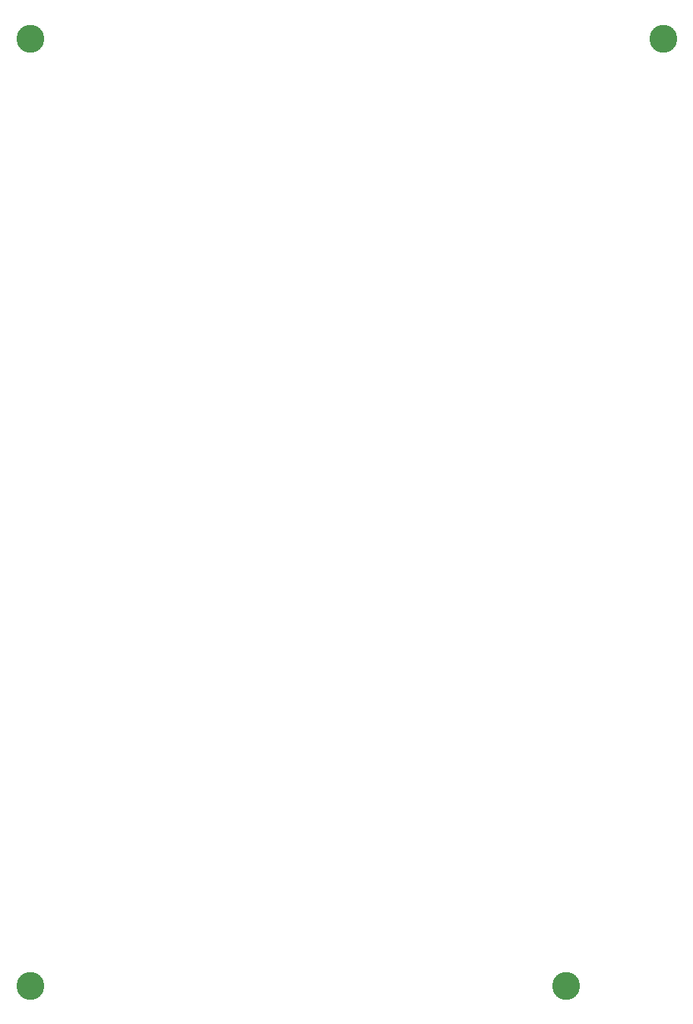
<source format=gts>
G04 Layer: TopSolderMaskLayer*
G04 EasyEDA v6.5.34, 2023-08-21 18:11:39*
G04 fac92c3893cd48509e925d7eb78dc15b,5a6b42c53f6a479593ecc07194224c93,10*
G04 Gerber Generator version 0.2*
G04 Scale: 100 percent, Rotated: No, Reflected: No *
G04 Dimensions in millimeters *
G04 leading zeros omitted , absolute positions ,4 integer and 5 decimal *
%FSLAX45Y45*%
%MOMM*%

%ADD10C,3.1016*%

%LPD*%
D10*
G01*
X1587601Y1134871D03*
G01*
X7556474Y1134871D03*
G01*
X1587601Y11675871D03*
G01*
X8635974Y11675871D03*
M02*

</source>
